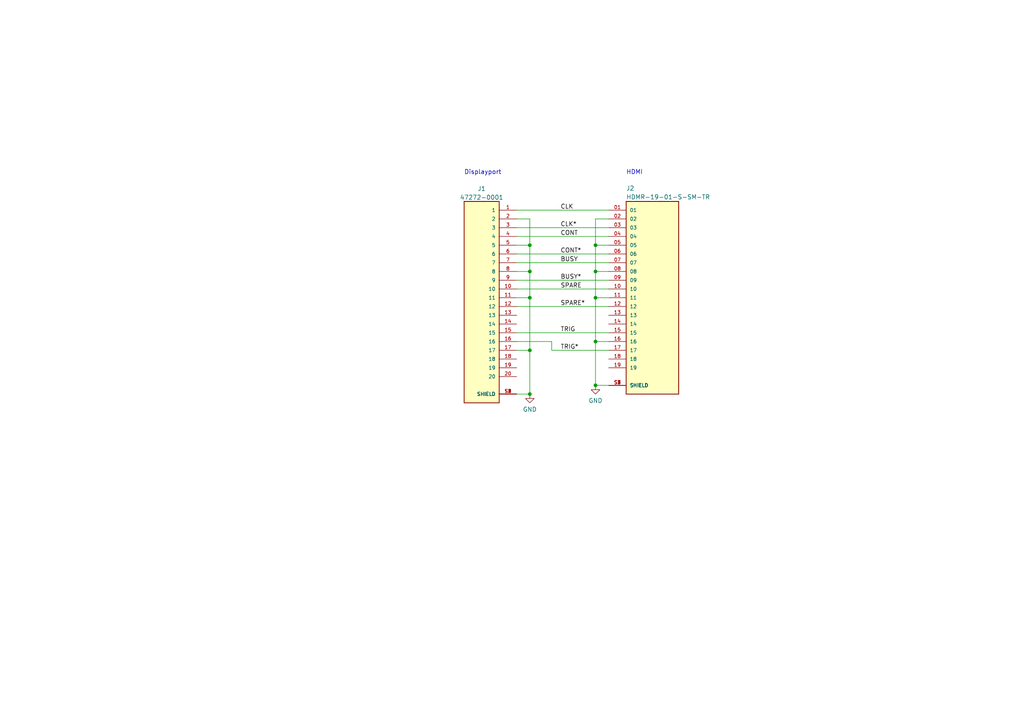
<source format=kicad_sch>
(kicad_sch (version 20211123) (generator eeschema)
  (paper "A4")
  (lib_symbols
    (symbol "47272-0001:47272-0001" (pin_names (offset 1.016))
      (property "Reference" "J" (at -5.08 28.448 0))
      (property "Value" "47272-0001" (at -5.08 -33.02 0))
      (symbol "47272-0001_0_0"
        (rectangle (start -5.08 -30.48) (end 5.08 27.94) (stroke (width 0.254)) (fill (type background)))
        (pin passive line (at -10.16 25.4 0) (length 5.08) (name "1") (number "1"))
        (pin passive line (at -10.16 2.54 0) (length 5.08) (name "10") (number "10"))
        (pin passive line (at -10.16 0 0) (length 5.08) (name "11") (number "11"))
        (pin passive line (at -10.16 -2.54 0) (length 5.08) (name "12") (number "12"))
        (pin passive line (at -10.16 -5.08 0) (length 5.08) (name "13") (number "13"))
        (pin passive line (at -10.16 -7.62 0) (length 5.08) (name "14") (number "14"))
        (pin passive line (at -10.16 -10.16 0) (length 5.08) (name "15") (number "15"))
        (pin passive line (at -10.16 -12.7 0) (length 5.08) (name "16") (number "16"))
        (pin passive line (at -10.16 -15.24 0) (length 5.08) (name "17") (number "17"))
        (pin passive line (at -10.16 -17.78 0) (length 5.08) (name "18") (number "18"))
        (pin passive line (at -10.16 -20.32 0) (length 5.08) (name "19") (number "19"))
        (pin passive line (at -10.16 22.86 0) (length 5.08) (name "2") (number "2"))
        (pin passive line (at -10.16 -22.86 0) (length 5.08) (name "20") (number "20"))
        (pin passive line (at -10.16 20.32 0) (length 5.08) (name "3") (number "3"))
        (pin passive line (at -10.16 17.78 0) (length 5.08) (name "4") (number "4"))
        (pin passive line (at -10.16 15.24 0) (length 5.08) (name "5") (number "5"))
        (pin passive line (at -10.16 12.7 0) (length 5.08) (name "6") (number "6"))
        (pin passive line (at -10.16 10.16 0) (length 5.08) (name "7") (number "7"))
        (pin passive line (at -10.16 7.62 0) (length 5.08) (name "8") (number "8"))
        (pin passive line (at -10.16 5.08 0) (length 5.08) (name "9") (number "9"))
        (pin passive line (at -10.16 -27.94 0) (length 5.08) (name "SHIELD") (number "S1"))
        (pin passive line (at -10.16 -27.94 0) (length 5.08) (name "SHIELD") (number "S2"))
        (pin passive line (at -10.16 -27.94 0) (length 5.08) (name "SHIELD") (number "S3"))
        (pin passive line (at -10.16 -27.94 0) (length 5.08) (name "SHIELD") (number "S4"))
      )
    )
    (symbol "HDMR-19-01-S-SM-TR:HDMR-19-01-S-SM-TR" (pin_names (offset 1.016))
      (property "Reference" "J" (at -7.62 29.21 0))
      (property "Value" "HDMR-19-01-S-SM-TR" (at -7.62 -29.21 0))
      (symbol "HDMR-19-01-S-SM-TR_0_0"
        (rectangle (start -7.62 -27.94) (end 7.62 27.94) (stroke (width 0.254)) (fill (type background)))
        (pin passive line (at -12.7 25.4 0) (length 5.08) (name "01") (number "01"))
        (pin passive line (at -12.7 22.86 0) (length 5.08) (name "02") (number "02"))
        (pin passive line (at -12.7 20.32 0) (length 5.08) (name "03") (number "03"))
        (pin passive line (at -12.7 17.78 0) (length 5.08) (name "04") (number "04"))
        (pin passive line (at -12.7 15.24 0) (length 5.08) (name "05") (number "05"))
        (pin passive line (at -12.7 12.7 0) (length 5.08) (name "06") (number "06"))
        (pin passive line (at -12.7 10.16 0) (length 5.08) (name "07") (number "07"))
        (pin passive line (at -12.7 7.62 0) (length 5.08) (name "08") (number "08"))
        (pin passive line (at -12.7 5.08 0) (length 5.08) (name "09") (number "09"))
        (pin passive line (at -12.7 2.54 0) (length 5.08) (name "10") (number "10"))
        (pin passive line (at -12.7 0 0) (length 5.08) (name "11") (number "11"))
        (pin passive line (at -12.7 -2.54 0) (length 5.08) (name "12") (number "12"))
        (pin passive line (at -12.7 -5.08 0) (length 5.08) (name "13") (number "13"))
        (pin passive line (at -12.7 -7.62 0) (length 5.08) (name "14") (number "14"))
        (pin passive line (at -12.7 -10.16 0) (length 5.08) (name "15") (number "15"))
        (pin passive line (at -12.7 -12.7 0) (length 5.08) (name "16") (number "16"))
        (pin passive line (at -12.7 -15.24 0) (length 5.08) (name "17") (number "17"))
        (pin passive line (at -12.7 -17.78 0) (length 5.08) (name "18") (number "18"))
        (pin passive line (at -12.7 -20.32 0) (length 5.08) (name "19") (number "19"))
        (pin passive line (at -12.7 -25.4 0) (length 5.08) (name "SHIELD") (number "S1"))
        (pin passive line (at -12.7 -25.4 0) (length 5.08) (name "SHIELD") (number "S2"))
        (pin passive line (at -12.7 -25.4 0) (length 5.08) (name "SHIELD") (number "S3"))
        (pin passive line (at -12.7 -25.4 0) (length 5.08) (name "SHIELD") (number "S4"))
      )
    )
    (symbol "power:GND" (power) (pin_names (offset 0))
      (property "Value" "GND" (at 0 -3.81 0))
      (symbol "GND_0_1"
        (polyline (pts (xy 0 0) (xy 0 -1.27) (xy 1.27 -1.27) (xy 0 -2.54) (xy -1.27 -1.27) (xy 0 -1.27)))
      )
      (symbol "GND_1_1"
        (pin power_in line (at 0 0 270) (length 0) hide (name "GND") (number "1"))
      )
    )
  )
  (junction (at 172.72 86.36))
  (junction (at 172.72 111.76))
  (junction (at 153.67 86.36))
  (junction (at 153.67 78.74))
  (junction (at 172.72 71.12))
  (junction (at 153.67 71.12))
  (junction (at 153.67 114.3))
  (junction (at 172.72 78.74))
  (junction (at 153.67 101.6))
  (junction (at 172.72 99.06))
  (wire (pts (xy 172.72 111.76) (xy 176.53 111.76)))
  (wire (pts (xy 149.86 68.58) (xy 176.53 68.58)))
  (wire (pts (xy 149.86 86.36) (xy 153.67 86.36)))
  (wire (pts (xy 153.67 63.5) (xy 153.67 71.12)))
  (wire (pts (xy 172.72 71.12) (xy 172.72 78.74)))
  (wire (pts (xy 176.53 63.5) (xy 172.72 63.5)))
  (wire (pts (xy 172.72 86.36) (xy 176.53 86.36)))
  (wire (pts (xy 160.02 101.6) (xy 176.53 101.6)))
  (wire (pts (xy 153.67 71.12) (xy 153.67 78.74)))
  (wire (pts (xy 153.67 78.74) (xy 153.67 86.36)))
  (wire (pts (xy 149.86 71.12) (xy 153.67 71.12)))
  (wire (pts (xy 153.67 86.36) (xy 153.67 101.6)))
  (wire (pts (xy 172.72 78.74) (xy 172.72 86.36)))
  (wire (pts (xy 172.72 99.06) (xy 172.72 111.76)))
  (wire (pts (xy 172.72 86.36) (xy 172.72 99.06)))
  (wire (pts (xy 149.86 96.52) (xy 176.53 96.52)))
  (wire (pts (xy 149.86 78.74) (xy 153.67 78.74)))
  (wire (pts (xy 172.72 99.06) (xy 176.53 99.06)))
  (wire (pts (xy 149.86 76.2) (xy 176.53 76.2)))
  (wire (pts (xy 149.86 60.96) (xy 176.53 60.96)))
  (wire (pts (xy 149.86 73.66) (xy 176.53 73.66)))
  (wire (pts (xy 149.86 83.82) (xy 176.53 83.82)))
  (wire (pts (xy 172.72 78.74) (xy 176.53 78.74)))
  (wire (pts (xy 149.86 88.9) (xy 176.53 88.9)))
  (wire (pts (xy 149.86 63.5) (xy 153.67 63.5)))
  (wire (pts (xy 149.86 114.3) (xy 153.67 114.3)))
  (wire (pts (xy 149.86 66.04) (xy 176.53 66.04)))
  (wire (pts (xy 172.72 71.12) (xy 176.53 71.12)))
  (wire (pts (xy 153.67 101.6) (xy 153.67 114.3)))
  (wire (pts (xy 149.86 101.6) (xy 153.67 101.6)))
  (wire (pts (xy 149.86 99.06) (xy 160.02 99.06)))
  (wire (pts (xy 160.02 99.06) (xy 160.02 101.6)))
  (wire (pts (xy 172.72 63.5) (xy 172.72 71.12)))
  (wire (pts (xy 149.86 81.28) (xy 176.53 81.28)))
  (text "Displayport" (at 134.62 50.8 0) (effects (font (size 1.27 1.27)) (justify left bottom)))
  (text "HDMI" (at 181.61 50.8 0) (effects (font (size 1.27 1.27)) (justify left bottom)))
  (label "TRIG*" (at 162.56 101.6 0))
  (label "BUSY*" (at 162.56 81.28 0))
  (label "CONT*" (at 162.56 73.66 0))
  (label "CONT" (at 162.56 68.58 0))
  (label "TRIG" (at 162.56 96.52 0))
  (label "BUSY" (at 162.56 76.2 0))
  (label "SPARE" (at 162.56 83.82 0))
  (label "CLK*" (at 162.56 66.04 0))
  (label "SPARE*" (at 162.56 88.9 0))
  (label "CLK" (at 162.56 60.96 0))
  (symbol (lib_id "power:GND") (at 153.67 114.3 0) (unit 1)
    (property "Reference" "#PWR01" (effects hide))
    (property "Value" "GND" (at 153.67 118.7434 0))
  )
  (symbol (lib_id "47272-0001:47272-0001") (at 139.7 86.36 0) (mirror y) (unit 1)
    (property "Reference" "J1" (at 139.7 54.7202 0))
    (property "Value" "47272-0001" (at 139.7 57.2571 0))
    (property "Footprint" "47272-0001:MOLEX_47272-0001" (effects hide))
    (property "MP" "47272-0001" (effects hide))
    (property "PACKAGE" "None" (effects hide))
    (property "MF" "Molex" (effects hide))
    (property "PRICE" "None" (effects hide))
    (property "AVAILABILITY" "Unavailable" (effects hide))
    (property "DESCRIPTION" "Conn Display Port RCP 20 POS 0.5mm Solder RA SMD 20 Terminal 1 Port DisplayPort T/R" (effects hide))
  )
  (symbol (lib_id "power:GND") (at 172.72 111.76 0) (unit 1)
    (property "Reference" "#PWR02" (effects hide))
    (property "Value" "GND" (at 172.72 116.2034 0))
  )
  (symbol (lib_id "HDMR-19-01-S-SM-TR:HDMR-19-01-S-SM-TR") (at 189.23 86.36 0) (unit 1)
    (property "Reference" "J2" (at 181.61 54.6131 0) (effects (justify left)))
    (property "Value" "HDMR-19-01-S-SM-TR" (at 181.61 57.15 0) (effects (justify left)))
    (property "Footprint" "HDMR-19-01-S-SM-TR:SAMTEC_HDMR-19-01-S-SM-TR" (effects hide))
    (property "MAXIMUM_PACKAGE_HEIGHT" "6.18 mm" (effects hide))
    (property "MANUFACTURER" "Samtec" (effects hide))
    (property "STANDARD" "Manufacturer Recommendations" (effects hide))
    (property "PARTREV" "H" (effects hide))
  )
)
</source>
